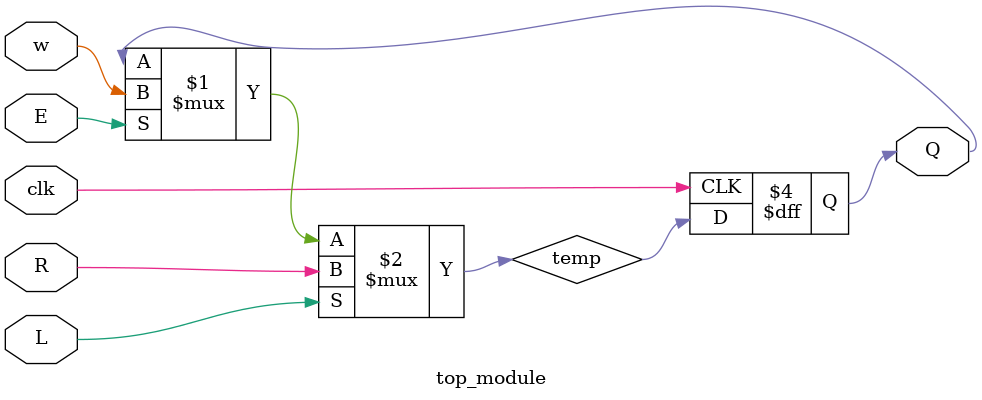
<source format=v>
module top_module (
    input clk,
    input w, R, E, L,
    output Q
);
	wire temp;
    assign temp = L?R:(E?w:Q);
    always@(posedge clk)begin
        Q <= temp;
    end
endmodule
</source>
